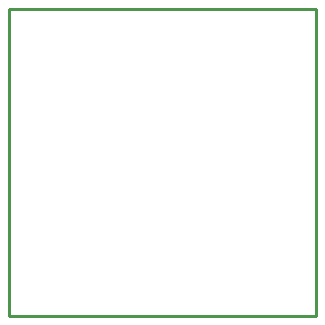
<source format=gko>
G04 Layer: BoardOutlineLayer*
G04 EasyEDA v6.5.46, 2025-07-23 17:24:06*
G04 74a4e304ba1b453b8bde7bcb9ef7a0d0,7be8f16a26344db1bf46185b0a727cd7,10*
G04 Gerber Generator version 0.2*
G04 Scale: 100 percent, Rotated: No, Reflected: No *
G04 Dimensions in millimeters *
G04 leading zeros omitted , absolute positions ,4 integer and 5 decimal *
%FSLAX45Y45*%
%MOMM*%

%ADD10C,0.2540*%
D10*
X992123Y7649463D02*
G01*
X3592068Y7649463D01*
X3592068Y7181342D01*
X3592068Y5049265D01*
X992123Y5049265D01*
X992123Y7649463D01*

%LPD*%
M02*

</source>
